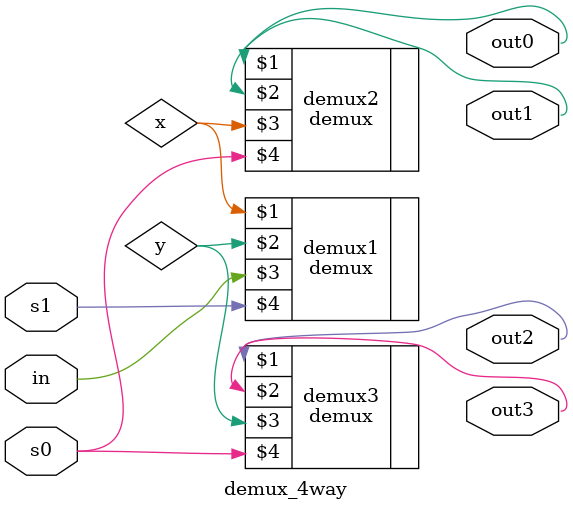
<source format=v>
module demux_4way(out0,out1,out2,out3,in,s0,s1);

output out0,out1,out2,out3;
input in,s0,s1;

wire x,y;

demux demux1(x,y,in,s1);

demux demux2(out0,out1,x,s0);
demux demux3(out2,out3,y,s0);

endmodule

</source>
